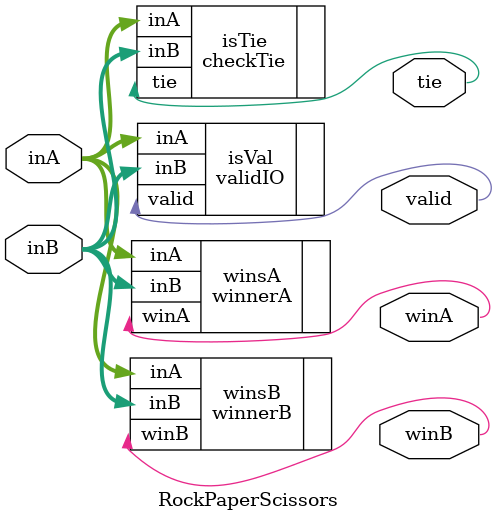
<source format=sv>
module RockPaperScissors
(
  input logic [2:0] inA,
  input logic [2:0] inB,
  output logic valid,
  output logic tie,
  output logic winA,
  output logic winB
);

  // Check if the two inputs are valid moves
  validIO isVal(.inA(inA), .inB(inB), .valid(valid));
  
  // Check if the winner is player A
  winnerA winsA(.inA(inA), .inB(inB), .winA(winA));
  
  // Check if the winner is player B
  winnerB winsB(.inA(inA), .inB(inB), .winB(winB));
  
  // Check if the result is a tie
  checkTie isTie(.inA(inA), .inB(inB), .tie(tie));

endmodule
</source>
